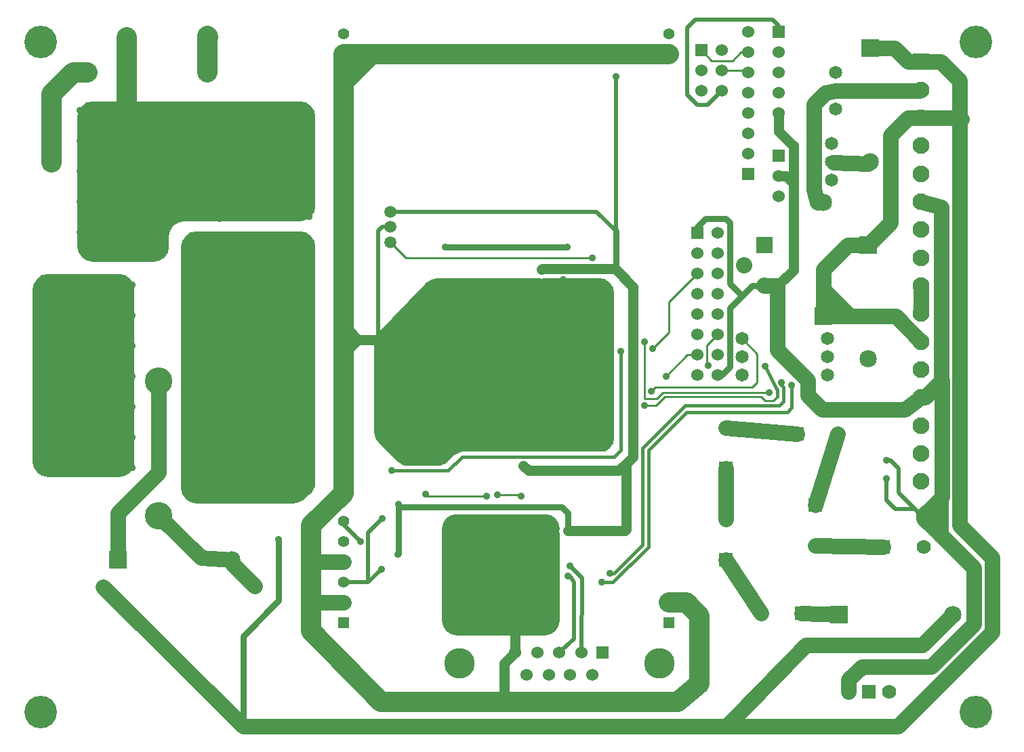
<source format=gbl>
G04 (created by PCBNEW (2013-mar-13)-testing) date Tue 02 Jul 2013 01:16:44 PM EDT*
%MOIN*%
G04 Gerber Fmt 3.4, Leading zero omitted, Abs format*
%FSLAX34Y34*%
G01*
G70*
G90*
G04 APERTURE LIST*
%ADD10C,0.005906*%
%ADD11C,0.059100*%
%ADD12O,0.212598X0.366142*%
%ADD13C,0.030000*%
%ADD14C,0.135000*%
%ADD15C,0.055000*%
%ADD16R,0.055000X0.055000*%
%ADD17R,0.060000X0.060000*%
%ADD18C,0.060000*%
%ADD19C,0.080300*%
%ADD20R,0.080300X0.080300*%
%ADD21C,0.065000*%
%ADD22R,0.078740X0.078740*%
%ADD23C,0.082677*%
%ADD24C,0.150000*%
%ADD25R,0.070000X0.070000*%
%ADD26C,0.070000*%
%ADD27C,0.085000*%
%ADD28R,0.085000X0.085000*%
%ADD29R,0.098425X0.098425*%
%ADD30C,0.098425*%
%ADD31C,0.160000*%
%ADD32C,0.035000*%
%ADD33C,0.075000*%
%ADD34C,0.030000*%
%ADD35C,0.020000*%
%ADD36C,0.050000*%
%ADD37C,0.015000*%
%ADD38C,0.100000*%
%ADD39C,0.010000*%
G04 APERTURE END LIST*
G54D10*
G54D11*
X23713Y-15600D03*
X23713Y-16352D03*
X23713Y-14848D03*
G54D12*
X15287Y-17686D03*
X15287Y-13513D03*
G54D13*
X14600Y-13100D03*
X14600Y-13600D03*
X14600Y-14100D03*
X14700Y-14600D03*
X15000Y-15000D03*
X15500Y-15000D03*
X16000Y-14700D03*
X16000Y-14100D03*
X16000Y-13600D03*
X16000Y-13100D03*
X16000Y-12600D03*
X15000Y-12200D03*
X15500Y-12200D03*
X14700Y-12600D03*
X15000Y-16200D03*
X15500Y-16200D03*
X14600Y-17600D03*
X14600Y-17100D03*
X14700Y-16600D03*
X15900Y-16600D03*
X16000Y-17100D03*
X16000Y-17600D03*
X16000Y-18100D03*
X16000Y-18600D03*
X14600Y-18100D03*
X14600Y-18600D03*
X15000Y-19000D03*
X15500Y-19000D03*
G54D14*
X8559Y-26500D03*
X12300Y-23192D03*
X12300Y-29807D03*
X15607Y-26500D03*
X15607Y-24964D03*
X15607Y-28035D03*
X7024Y-26500D03*
X10095Y-26500D03*
G54D15*
X37400Y-34100D03*
G54D16*
X37400Y-35100D03*
X21400Y-35100D03*
G54D15*
X21400Y-34100D03*
X21400Y-33100D03*
X21400Y-32100D03*
X21400Y-31100D03*
X21400Y-30100D03*
X21400Y-7100D03*
X21400Y-6100D03*
X37400Y-7100D03*
X37400Y-6100D03*
G54D17*
X39000Y-6900D03*
G54D18*
X40000Y-6900D03*
X39000Y-7900D03*
X40000Y-7900D03*
X39000Y-8900D03*
X40000Y-8900D03*
G54D17*
X42800Y-12100D03*
G54D18*
X42800Y-13100D03*
X42800Y-14100D03*
G54D17*
X41300Y-13000D03*
G54D18*
X41300Y-12000D03*
X41300Y-11000D03*
X41300Y-10000D03*
X41300Y-9000D03*
X41300Y-8000D03*
X41300Y-7000D03*
X41300Y-6000D03*
G54D19*
X41100Y-17500D03*
G54D20*
X42100Y-16500D03*
G54D19*
X42100Y-18500D03*
G54D21*
X45200Y-22000D03*
X45200Y-22900D03*
X45200Y-21100D03*
X45400Y-12400D03*
X45400Y-13300D03*
X45400Y-11500D03*
X45600Y-8900D03*
X45600Y-9800D03*
X45600Y-8000D03*
X41000Y-22000D03*
X41000Y-22900D03*
X41000Y-21100D03*
G54D17*
X38800Y-15900D03*
G54D18*
X39800Y-15900D03*
X38800Y-16900D03*
X39800Y-16900D03*
X38800Y-17900D03*
X39800Y-17900D03*
X38800Y-18900D03*
X39800Y-18900D03*
X38800Y-19900D03*
X39800Y-19900D03*
X38800Y-20900D03*
X39800Y-20900D03*
X38800Y-21900D03*
X39800Y-21900D03*
X38800Y-22900D03*
X39800Y-22900D03*
G54D17*
X42800Y-6000D03*
G54D18*
X42800Y-7000D03*
X42800Y-8000D03*
X42800Y-9000D03*
X42800Y-10000D03*
G54D22*
X49800Y-7465D03*
G54D23*
X49800Y-8843D03*
X49800Y-10221D03*
X49800Y-11599D03*
X49800Y-12977D03*
X49800Y-14355D03*
X49800Y-15733D03*
X49800Y-17111D03*
X49800Y-18488D03*
X49800Y-19866D03*
X49800Y-21244D03*
X49800Y-22622D03*
X49800Y-24000D03*
X49800Y-25378D03*
X49800Y-26756D03*
X49800Y-28134D03*
G54D24*
X27100Y-37100D03*
X36950Y-37100D03*
G54D17*
X34150Y-36550D03*
G54D18*
X33100Y-36550D03*
X32000Y-36550D03*
X30950Y-36550D03*
X29850Y-36550D03*
X33650Y-37650D03*
X32550Y-37650D03*
X31500Y-37650D03*
X30400Y-37650D03*
G54D25*
X40200Y-31980D03*
G54D26*
X40200Y-29980D03*
G54D25*
X43920Y-34620D03*
G54D26*
X41920Y-34620D03*
G54D25*
X40200Y-27480D03*
G54D26*
X40200Y-25480D03*
G54D25*
X43700Y-25800D03*
G54D26*
X45700Y-25800D03*
G54D25*
X47950Y-31350D03*
G54D26*
X49950Y-31350D03*
G54D25*
X44600Y-29300D03*
G54D26*
X44600Y-31300D03*
G54D27*
X51380Y-34680D03*
G54D28*
X45780Y-34680D03*
G54D27*
X15900Y-32000D03*
G54D28*
X10300Y-32000D03*
G54D27*
X47200Y-22100D03*
G54D28*
X47200Y-16500D03*
G54D27*
X45000Y-14400D03*
G54D28*
X45000Y-20000D03*
G54D27*
X47300Y-12400D03*
G54D28*
X47300Y-6800D03*
G54D15*
X8797Y-8000D03*
X14702Y-8000D03*
G54D18*
X14750Y-6250D03*
X10750Y-6250D03*
G54D29*
X7050Y-20359D03*
X7050Y-18777D03*
G54D30*
X11050Y-16359D03*
X11050Y-14777D03*
X7050Y-12422D03*
X7050Y-10840D03*
G54D26*
X48250Y-38500D03*
G54D25*
X47250Y-38500D03*
G54D26*
X46250Y-38500D03*
G54D31*
X6500Y-6500D03*
X52500Y-6500D03*
X52500Y-39500D03*
X6500Y-39500D03*
G54D32*
X26400Y-16600D03*
X32400Y-16600D03*
X18200Y-31000D03*
X9570Y-33310D03*
X48100Y-28000D03*
X48100Y-27100D03*
X34800Y-8200D03*
X35300Y-30500D03*
X30250Y-27350D03*
X35625Y-23500D03*
X31150Y-17675D03*
X32430Y-30560D03*
X24070Y-31720D03*
X24085Y-29260D03*
X34100Y-33100D03*
X43450Y-23400D03*
X34500Y-32650D03*
X42950Y-23250D03*
X26900Y-33800D03*
X26200Y-27050D03*
X23150Y-25900D03*
X27250Y-22960D03*
X26550Y-24110D03*
X24300Y-27050D03*
X23800Y-23850D03*
X19700Y-33300D03*
X24050Y-20150D03*
X26265Y-20155D03*
X17030Y-33290D03*
X29860Y-19195D03*
X32200Y-18200D03*
X33325Y-23000D03*
X34200Y-25700D03*
X31820Y-31805D03*
X29020Y-30405D03*
X26920Y-30455D03*
X34500Y-22200D03*
X31500Y-26500D03*
X23150Y-23850D03*
X23100Y-21150D03*
X8450Y-9850D03*
X9950Y-9850D03*
X11450Y-9850D03*
X12950Y-9850D03*
X14450Y-9850D03*
X15950Y-9850D03*
X17450Y-9850D03*
X18950Y-9850D03*
X19700Y-10600D03*
X18200Y-10600D03*
X16700Y-10600D03*
X15200Y-10600D03*
X13700Y-10600D03*
X12200Y-10600D03*
X10750Y-10600D03*
X9200Y-10600D03*
X11800Y-15800D03*
X12200Y-16600D03*
X13700Y-15100D03*
X12200Y-15100D03*
X12950Y-14350D03*
X9950Y-12850D03*
X11450Y-12850D03*
X12950Y-12850D03*
X8450Y-12850D03*
X9200Y-12100D03*
X10700Y-12100D03*
X12200Y-12100D03*
X13700Y-12100D03*
X9200Y-16600D03*
X9950Y-15850D03*
X8450Y-15850D03*
X9200Y-15100D03*
X9950Y-14350D03*
X8450Y-14350D03*
X9200Y-13600D03*
X10700Y-13600D03*
X12200Y-13600D03*
X13700Y-13600D03*
X16700Y-15100D03*
X18200Y-15100D03*
X19700Y-15100D03*
X18950Y-14350D03*
X17450Y-14350D03*
X16700Y-13600D03*
X18200Y-13600D03*
X19700Y-13600D03*
X18950Y-12850D03*
X17450Y-12850D03*
X11450Y-11350D03*
X12950Y-11350D03*
X14450Y-11350D03*
X15950Y-11350D03*
X17450Y-11350D03*
X18950Y-11350D03*
X19700Y-12100D03*
X18200Y-12100D03*
X16700Y-12100D03*
X8450Y-11350D03*
X9950Y-11350D03*
X32520Y-32305D03*
X32420Y-32805D03*
X16700Y-16600D03*
X18200Y-16600D03*
X19700Y-16600D03*
X18950Y-17350D03*
X17450Y-17350D03*
X16700Y-18100D03*
X18200Y-18100D03*
X19700Y-18100D03*
X18950Y-18850D03*
X17450Y-18850D03*
X13700Y-23350D03*
X15200Y-23350D03*
X15950Y-23350D03*
X17450Y-23350D03*
X18950Y-23350D03*
X19700Y-22600D03*
X18200Y-22600D03*
X16700Y-22600D03*
X13700Y-18850D03*
X14450Y-19600D03*
X16700Y-19600D03*
X18200Y-19600D03*
X19700Y-19600D03*
X18950Y-20350D03*
X17450Y-20350D03*
X15950Y-20350D03*
X15200Y-20350D03*
X13700Y-20350D03*
X14450Y-21100D03*
X16700Y-21100D03*
X18200Y-21100D03*
X19700Y-21100D03*
X18950Y-21850D03*
X17450Y-21850D03*
X15950Y-21850D03*
X15200Y-21850D03*
X13700Y-21850D03*
X14450Y-22600D03*
X19700Y-28600D03*
X18200Y-28600D03*
X16700Y-28600D03*
X17450Y-27850D03*
X18950Y-27850D03*
X19700Y-27100D03*
X18200Y-27100D03*
X16700Y-27100D03*
X17450Y-26350D03*
X18950Y-26350D03*
X19700Y-25600D03*
X18200Y-25600D03*
X16700Y-25600D03*
X17450Y-24850D03*
X18950Y-24850D03*
X19700Y-24100D03*
X18200Y-24100D03*
X16700Y-24100D03*
X14450Y-24100D03*
X13700Y-24850D03*
X14450Y-25600D03*
X13700Y-26350D03*
X14450Y-27100D03*
X13700Y-27850D03*
X14450Y-28600D03*
X6500Y-18450D03*
X6500Y-19950D03*
X8750Y-20700D03*
X10250Y-20700D03*
X11000Y-19950D03*
X9500Y-19950D03*
X8000Y-19950D03*
X8750Y-19200D03*
X10250Y-19200D03*
X11000Y-18450D03*
X9500Y-18450D03*
X8000Y-18450D03*
X6500Y-21450D03*
X8000Y-21450D03*
X9500Y-21450D03*
X11000Y-21450D03*
X10250Y-22200D03*
X8750Y-22200D03*
X7250Y-22200D03*
X6500Y-22950D03*
X8000Y-22950D03*
X9500Y-22950D03*
X11000Y-22950D03*
X10250Y-23700D03*
X8750Y-23700D03*
X7250Y-23700D03*
X6500Y-24450D03*
X8000Y-24450D03*
X9500Y-24450D03*
X11000Y-24450D03*
X10250Y-25200D03*
X8750Y-25200D03*
X7250Y-25200D03*
X6500Y-25950D03*
X8000Y-25950D03*
X9500Y-25950D03*
X11000Y-25950D03*
X11000Y-27450D03*
X9500Y-27450D03*
X8000Y-27450D03*
X6500Y-27450D03*
X33620Y-17120D03*
X36200Y-21250D03*
X42350Y-23750D03*
X35050Y-21725D03*
X23775Y-27600D03*
X39320Y-22420D03*
X37270Y-22945D03*
X36595Y-21580D03*
X36550Y-23700D03*
X36200Y-24400D03*
X42150Y-22450D03*
X30150Y-28850D03*
X28975Y-28800D03*
X22225Y-31075D03*
X28425Y-28850D03*
X25450Y-28750D03*
X23305Y-29965D03*
X23275Y-32440D03*
G54D33*
X45000Y-18800D02*
X45100Y-18800D01*
X45100Y-18800D02*
X46300Y-20000D01*
G54D34*
X26400Y-16600D02*
X32400Y-16600D01*
X16457Y-40197D02*
X16457Y-35742D01*
X16457Y-35742D02*
X18200Y-34000D01*
X18200Y-34000D02*
X18200Y-31000D01*
G54D33*
X16801Y-40197D02*
X16457Y-40197D01*
X16457Y-40197D02*
X9570Y-33310D01*
X38000Y-40199D02*
X48670Y-40199D01*
X48670Y-40199D02*
X53300Y-35570D01*
X16801Y-40197D02*
X17094Y-40197D01*
X17094Y-40197D02*
X38000Y-40199D01*
X38000Y-40199D02*
X40250Y-40199D01*
X49800Y-10221D02*
X49178Y-10221D01*
X48300Y-15400D02*
X47200Y-16500D01*
X48300Y-11100D02*
X48300Y-15400D01*
X49178Y-10221D02*
X48300Y-11100D01*
X49800Y-10221D02*
X51700Y-10221D01*
X51800Y-10300D02*
X51700Y-10300D01*
X51778Y-10300D02*
X51800Y-10300D01*
X51700Y-10221D02*
X51778Y-10300D01*
X49800Y-7465D02*
X50765Y-7465D01*
X53300Y-31900D02*
X53300Y-35570D01*
X51700Y-30300D02*
X53300Y-31900D01*
X51700Y-8400D02*
X51700Y-10300D01*
X51700Y-10300D02*
X51700Y-30300D01*
X50765Y-7465D02*
X51700Y-8400D01*
X49800Y-7465D02*
X49165Y-7465D01*
X48500Y-6800D02*
X47300Y-6800D01*
X49165Y-7465D02*
X48500Y-6800D01*
X45000Y-20000D02*
X46300Y-20000D01*
X46300Y-20000D02*
X48555Y-20000D01*
X48555Y-20000D02*
X49800Y-21244D01*
X47200Y-16500D02*
X46200Y-16500D01*
X45000Y-17700D02*
X45000Y-18800D01*
X45000Y-18800D02*
X45000Y-20000D01*
X46200Y-16500D02*
X45000Y-17700D01*
X51380Y-34680D02*
X51380Y-34680D01*
X51380Y-34680D02*
X49860Y-36200D01*
X49860Y-36200D02*
X44150Y-36200D01*
X40250Y-40199D02*
X44150Y-36200D01*
G54D35*
X48100Y-27100D02*
X48300Y-27100D01*
X48300Y-27100D02*
X48700Y-27500D01*
X48700Y-27500D02*
X48700Y-28700D01*
X48700Y-28700D02*
X49500Y-29500D01*
G54D33*
X50774Y-28974D02*
X50774Y-30774D01*
X50774Y-30774D02*
X50800Y-30800D01*
X49950Y-29950D02*
X49950Y-29799D01*
X49950Y-29799D02*
X50774Y-28974D01*
X50774Y-28974D02*
X50849Y-28900D01*
X50849Y-28900D02*
X50849Y-23200D01*
X50849Y-23200D02*
X50849Y-23150D01*
X49800Y-24000D02*
X49999Y-24000D01*
X49999Y-24000D02*
X50849Y-23150D01*
X50849Y-23150D02*
X50800Y-23200D01*
G54D36*
X42800Y-13100D02*
X43155Y-13100D01*
X43155Y-13100D02*
X43520Y-13465D01*
G54D33*
X50299Y-37250D02*
X46900Y-37250D01*
X46900Y-37250D02*
X46250Y-37900D01*
X46250Y-37900D02*
X46250Y-38500D01*
X50299Y-37250D02*
X52400Y-35149D01*
G54D35*
X48100Y-29050D02*
X48100Y-28000D01*
X48100Y-29050D02*
X48550Y-29500D01*
X48550Y-29500D02*
X49500Y-29500D01*
X49500Y-29500D02*
X49950Y-29950D01*
G54D33*
X49950Y-29950D02*
X50800Y-30800D01*
X50800Y-30800D02*
X52400Y-32400D01*
X52400Y-32400D02*
X52400Y-35149D01*
X42740Y-18500D02*
X42740Y-21640D01*
X44950Y-24600D02*
X48999Y-24600D01*
X48999Y-24600D02*
X49800Y-24000D01*
X44250Y-23900D02*
X44950Y-24600D01*
X44250Y-23150D02*
X44250Y-23900D01*
X42740Y-21640D02*
X44250Y-23150D01*
G54D35*
X34800Y-8200D02*
X34800Y-15800D01*
X23713Y-14848D02*
X33848Y-14848D01*
X33848Y-14848D02*
X34800Y-15800D01*
G54D34*
X34800Y-15800D02*
X34800Y-17700D01*
G54D36*
X35300Y-30500D02*
X35300Y-27250D01*
X32430Y-30560D02*
X35240Y-30560D01*
X35240Y-30560D02*
X35300Y-30500D01*
X30500Y-27600D02*
X33425Y-27600D01*
X33425Y-27600D02*
X33950Y-27600D01*
X30250Y-27350D02*
X30500Y-27600D01*
X30250Y-27350D02*
X30250Y-27350D01*
X33950Y-27600D02*
X34950Y-27600D01*
X35625Y-26925D02*
X35625Y-23500D01*
X34950Y-27600D02*
X35300Y-27250D01*
X35300Y-27250D02*
X35625Y-26925D01*
X35625Y-23500D02*
X35650Y-23475D01*
X35650Y-23475D02*
X35650Y-18550D01*
X35650Y-18550D02*
X34800Y-17700D01*
X34800Y-17700D02*
X34750Y-17650D01*
X34750Y-17650D02*
X31175Y-17650D01*
X31175Y-17650D02*
X31150Y-17675D01*
G54D34*
X24085Y-29260D02*
X24200Y-29375D01*
X32430Y-30560D02*
X32430Y-29680D01*
X24200Y-29375D02*
X32125Y-29375D01*
X32125Y-29375D02*
X32430Y-29680D01*
X24087Y-29262D02*
X24085Y-29260D01*
X24070Y-31720D02*
X24085Y-31705D01*
X24085Y-31705D02*
X24085Y-29260D01*
G54D36*
X42800Y-10900D02*
X43520Y-11620D01*
X42800Y-10000D02*
X42800Y-10900D01*
X43520Y-11600D02*
X43520Y-13465D01*
X43520Y-13465D02*
X43520Y-17720D01*
X43520Y-17720D02*
X42740Y-18500D01*
G54D33*
X42100Y-18500D02*
X42740Y-18500D01*
G54D34*
X42100Y-18500D02*
X41500Y-18500D01*
X41500Y-18500D02*
X41000Y-19000D01*
X39800Y-22900D02*
X40000Y-22900D01*
X40000Y-22900D02*
X40400Y-22500D01*
X40400Y-22500D02*
X40400Y-19600D01*
X40400Y-19600D02*
X41000Y-19000D01*
X38800Y-15600D02*
X38800Y-15900D01*
X41000Y-19000D02*
X40400Y-18400D01*
X40400Y-18400D02*
X40400Y-15400D01*
X40400Y-15400D02*
X40200Y-15200D01*
X40200Y-15200D02*
X39200Y-15200D01*
X39200Y-15200D02*
X38800Y-15600D01*
G54D33*
X50800Y-23200D02*
X50800Y-14636D01*
X50800Y-14636D02*
X49800Y-14355D01*
G54D37*
X43450Y-23400D02*
X43450Y-24500D01*
X43450Y-24500D02*
X43230Y-24720D01*
X34100Y-33100D02*
X34650Y-33100D01*
X34650Y-33100D02*
X36400Y-31350D01*
X36400Y-31350D02*
X36400Y-26600D01*
X36400Y-26600D02*
X38280Y-24720D01*
X38280Y-24720D02*
X43230Y-24720D01*
X43365Y-23400D02*
X43450Y-23400D01*
X42850Y-24400D02*
X43050Y-24200D01*
X42850Y-24400D02*
X38200Y-24400D01*
X38200Y-24400D02*
X36100Y-26500D01*
X36100Y-26500D02*
X36100Y-31250D01*
X34700Y-32650D02*
X36100Y-31250D01*
X34500Y-32650D02*
X34700Y-32650D01*
X42900Y-23350D02*
X43050Y-23500D01*
X43050Y-23500D02*
X43050Y-24200D01*
X42900Y-23350D02*
X42950Y-23250D01*
X42950Y-23250D02*
X42950Y-23369D01*
X42950Y-23250D02*
X42950Y-23230D01*
G54D38*
X37400Y-34100D02*
X38260Y-34100D01*
X37818Y-39000D02*
X29300Y-38986D01*
X37818Y-39000D02*
X38900Y-38100D01*
X38260Y-34100D02*
X38900Y-34740D01*
X38900Y-34740D02*
X38900Y-38100D01*
G54D35*
X42800Y-6000D02*
X42800Y-5700D01*
X39300Y-9600D02*
X40000Y-8900D01*
X38800Y-9600D02*
X39300Y-9600D01*
X38300Y-9100D02*
X38800Y-9600D01*
X38300Y-7200D02*
X38300Y-9100D01*
X38300Y-5800D02*
X38300Y-7200D01*
X38700Y-5400D02*
X38300Y-5800D01*
X42500Y-5400D02*
X38700Y-5400D01*
X42800Y-5700D02*
X42500Y-5400D01*
G54D36*
X29850Y-36550D02*
X29850Y-35550D01*
G54D39*
X29850Y-35550D02*
X29900Y-35500D01*
G54D34*
X22250Y-21150D02*
X21400Y-22000D01*
X21400Y-22000D02*
X21300Y-22000D01*
X21300Y-22000D02*
X21400Y-22000D01*
X21400Y-20700D02*
X21800Y-20700D01*
X21800Y-20700D02*
X22250Y-21150D01*
G54D36*
X23100Y-21150D02*
X22250Y-21150D01*
G54D34*
X22250Y-21150D02*
X21450Y-21150D01*
X21450Y-21150D02*
X21400Y-21200D01*
G54D36*
X23800Y-23850D02*
X23800Y-23800D01*
G54D33*
X21400Y-8500D02*
X21500Y-8500D01*
X21500Y-8500D02*
X22900Y-7100D01*
G54D36*
X29850Y-36550D02*
X29300Y-37100D01*
X29300Y-37100D02*
X29300Y-38986D01*
X29300Y-38986D02*
X29300Y-39100D01*
X29300Y-39100D02*
X29300Y-38986D01*
G54D33*
X19700Y-33300D02*
X19805Y-33300D01*
X19805Y-33300D02*
X19700Y-33300D01*
X19700Y-33300D02*
X19805Y-33300D01*
X15900Y-32000D02*
X14392Y-31900D01*
X14392Y-31900D02*
X12300Y-29807D01*
X21400Y-34100D02*
X19805Y-34100D01*
X19805Y-34100D02*
X19800Y-34100D01*
X19800Y-34100D02*
X19805Y-34100D01*
X21400Y-32100D02*
X19805Y-32100D01*
X19805Y-32100D02*
X19800Y-32105D01*
X19800Y-32105D02*
X19800Y-32200D01*
X19800Y-32200D02*
X19805Y-32200D01*
G54D38*
X23221Y-38975D02*
X29300Y-38986D01*
X19805Y-34100D02*
X19805Y-35505D01*
X19805Y-35505D02*
X23221Y-38975D01*
X21400Y-28710D02*
X19805Y-30305D01*
X21400Y-21200D02*
X21400Y-22000D01*
X21400Y-22000D02*
X21400Y-28710D01*
X19805Y-30305D02*
X19805Y-32200D01*
X19805Y-32200D02*
X19805Y-33300D01*
X19805Y-33300D02*
X19805Y-34100D01*
G54D35*
X23713Y-15600D02*
X23300Y-15600D01*
X23100Y-21150D02*
X23100Y-21150D01*
X23100Y-15800D02*
X23100Y-21150D01*
X23300Y-15600D02*
X23100Y-15800D01*
G54D38*
X21400Y-7100D02*
X21400Y-8500D01*
X21400Y-8500D02*
X21400Y-20700D01*
X21400Y-20700D02*
X21400Y-21200D01*
X37400Y-7100D02*
X22900Y-7100D01*
X22900Y-7100D02*
X21400Y-7100D01*
G54D34*
X17037Y-33282D02*
X17042Y-33282D01*
X17030Y-33290D02*
X17037Y-33282D01*
X15900Y-32000D02*
X15900Y-32140D01*
G54D33*
X15900Y-32140D02*
X17042Y-33282D01*
G54D37*
X33325Y-23000D02*
X33325Y-22980D01*
G54D33*
X49800Y-18488D02*
X49800Y-19866D01*
G54D34*
X23150Y-23850D02*
X23100Y-23800D01*
G54D33*
X45600Y-8900D02*
X49743Y-8900D01*
X49743Y-8900D02*
X49800Y-8843D01*
X45600Y-8900D02*
X45100Y-9000D01*
X44700Y-14400D02*
X45000Y-14400D01*
X44550Y-13750D02*
X44700Y-14400D01*
X44550Y-9550D02*
X44550Y-13750D01*
X45100Y-9000D02*
X44550Y-9550D01*
G54D38*
X14702Y-8000D02*
X14702Y-6202D01*
X14702Y-6202D02*
X14750Y-6250D01*
X7050Y-10840D02*
X7050Y-9050D01*
X8100Y-8000D02*
X8797Y-8000D01*
X7050Y-9050D02*
X8100Y-8000D01*
X7050Y-10840D02*
X7050Y-12422D01*
G54D39*
X8450Y-11350D02*
X9200Y-10600D01*
X11450Y-9850D02*
X9950Y-9850D01*
X14450Y-9850D02*
X12950Y-9850D01*
X17450Y-9850D02*
X15950Y-9850D01*
X19700Y-10600D02*
X18950Y-9850D01*
X16700Y-10600D02*
X18200Y-10600D01*
X13700Y-10600D02*
X15200Y-10600D01*
X10750Y-10600D02*
X12200Y-10600D01*
X11800Y-15800D02*
X12200Y-16200D01*
X12200Y-16200D02*
X12200Y-16600D01*
G54D38*
X10750Y-6250D02*
X10750Y-12050D01*
X10750Y-12050D02*
X10700Y-12100D01*
G54D39*
X12950Y-14350D02*
X12200Y-15100D01*
X11450Y-12850D02*
X12950Y-12850D01*
X10700Y-12100D02*
X9200Y-12100D01*
X13700Y-12100D02*
X12200Y-12100D01*
X8450Y-12850D02*
X9950Y-12850D01*
X9950Y-15850D02*
X9200Y-16600D01*
X9200Y-15100D02*
X8450Y-15850D01*
X8450Y-14350D02*
X9950Y-14350D01*
X10700Y-13600D02*
X9200Y-13600D01*
X13700Y-13600D02*
X12200Y-13600D01*
X18200Y-15100D02*
X16700Y-15100D01*
X18950Y-14350D02*
X19700Y-15100D01*
X16700Y-13600D02*
X17450Y-14350D01*
X19700Y-13600D02*
X18200Y-13600D01*
X17450Y-12850D02*
X18950Y-12850D01*
X12950Y-11350D02*
X14450Y-11350D01*
X15950Y-11350D02*
X17450Y-11350D01*
X18950Y-11350D02*
X19700Y-12100D01*
X18200Y-12100D02*
X16700Y-12100D01*
X9950Y-11350D02*
X11450Y-11350D01*
X9950Y-11350D02*
X8450Y-11350D01*
G54D35*
X33120Y-32905D02*
X32520Y-32305D01*
X33100Y-36550D02*
X33120Y-32905D01*
X32000Y-36550D02*
X32720Y-35905D01*
X32520Y-32805D02*
X32420Y-32805D01*
X32720Y-33105D02*
X32520Y-32805D01*
X32720Y-35905D02*
X32720Y-33105D01*
G54D33*
X40200Y-25480D02*
X43700Y-25800D01*
G54D39*
X18200Y-16600D02*
X16700Y-16600D01*
X18950Y-17350D02*
X19700Y-16600D01*
X16700Y-18100D02*
X17450Y-17350D01*
X19700Y-18100D02*
X18200Y-18100D01*
X17450Y-18850D02*
X18950Y-18850D01*
X13700Y-23350D02*
X15200Y-23350D01*
X15950Y-23350D02*
X17450Y-23350D01*
X18950Y-23350D02*
X19700Y-22600D01*
X18200Y-22600D02*
X16700Y-22600D01*
X14450Y-19600D02*
X13700Y-18850D01*
X18200Y-19600D02*
X16700Y-19600D01*
X18950Y-20350D02*
X19700Y-19600D01*
X15950Y-20350D02*
X17450Y-20350D01*
X13700Y-20350D02*
X15200Y-20350D01*
X16700Y-21100D02*
X14450Y-21100D01*
X19700Y-21100D02*
X18200Y-21100D01*
X17450Y-21850D02*
X18950Y-21850D01*
X15200Y-21850D02*
X15950Y-21850D01*
X14450Y-22600D02*
X13700Y-21850D01*
X15607Y-28035D02*
X15014Y-28035D01*
X18200Y-28600D02*
X19700Y-28600D01*
X17450Y-27850D02*
X16700Y-28600D01*
X19700Y-27100D02*
X18950Y-27850D01*
X16700Y-27100D02*
X18200Y-27100D01*
X18950Y-26350D02*
X17450Y-26350D01*
X18200Y-25600D02*
X19700Y-25600D01*
X17450Y-24850D02*
X16700Y-25600D01*
X19700Y-24100D02*
X18950Y-24850D01*
X16700Y-24100D02*
X18200Y-24100D01*
X13700Y-24850D02*
X14450Y-24100D01*
X13700Y-26350D02*
X14450Y-25600D01*
X13700Y-27850D02*
X14450Y-27100D01*
X15014Y-28035D02*
X14450Y-28600D01*
G54D33*
X10300Y-32000D02*
X10300Y-29700D01*
X12300Y-27700D02*
X12300Y-23192D01*
X10300Y-29700D02*
X12300Y-27700D01*
X45780Y-34680D02*
X43920Y-34620D01*
X40200Y-27480D02*
X40200Y-29980D01*
X41920Y-34620D02*
X40200Y-31980D01*
X44600Y-29300D02*
X45700Y-25800D01*
X44600Y-31300D02*
X47950Y-31350D01*
G54D39*
X6500Y-19950D02*
X6500Y-18450D01*
X7050Y-18777D02*
X7672Y-18777D01*
X8750Y-20700D02*
X8000Y-21450D01*
X11000Y-19950D02*
X10250Y-20700D01*
X8000Y-19950D02*
X9500Y-19950D01*
X10250Y-19200D02*
X8750Y-19200D01*
X9500Y-18450D02*
X11000Y-18450D01*
X7672Y-18777D02*
X8000Y-18450D01*
X8000Y-21450D02*
X6500Y-21450D01*
X8000Y-21450D02*
X9500Y-21450D01*
X11000Y-21450D02*
X10250Y-22200D01*
X8750Y-22200D02*
X7250Y-22200D01*
X6500Y-22950D02*
X8000Y-22950D01*
X9500Y-22950D02*
X11000Y-22950D01*
X10250Y-23700D02*
X8750Y-23700D01*
X7250Y-23700D02*
X6500Y-24450D01*
X8000Y-24450D02*
X9500Y-24450D01*
X11000Y-24450D02*
X10250Y-25200D01*
X8750Y-25200D02*
X7250Y-25200D01*
X6500Y-25950D02*
X8000Y-25950D01*
X9500Y-25950D02*
X11000Y-25950D01*
X11000Y-27450D02*
X9500Y-27450D01*
X8000Y-27450D02*
X6500Y-27450D01*
X33620Y-17120D02*
X24481Y-17120D01*
X24481Y-17120D02*
X23713Y-16352D01*
X36200Y-21700D02*
X36200Y-24050D01*
X36200Y-21250D02*
X36200Y-21700D01*
X42350Y-23750D02*
X37100Y-23750D01*
X37100Y-23750D02*
X36800Y-24050D01*
X36800Y-24050D02*
X36200Y-24050D01*
G54D37*
X35050Y-21725D02*
X35050Y-26575D01*
X26550Y-27600D02*
X23775Y-27600D01*
X27230Y-26920D02*
X26550Y-27600D01*
X34705Y-26920D02*
X27230Y-26920D01*
X35050Y-26575D02*
X34705Y-26920D01*
G54D39*
X40000Y-7900D02*
X41200Y-7900D01*
X41200Y-7900D02*
X41300Y-8000D01*
X41300Y-7000D02*
X40940Y-7000D01*
X39510Y-7410D02*
X39000Y-6900D01*
X40530Y-7410D02*
X39510Y-7410D01*
X40940Y-7000D02*
X40530Y-7410D01*
X39275Y-21425D02*
X39800Y-20900D01*
X39275Y-22375D02*
X39275Y-21425D01*
X39320Y-22420D02*
X39275Y-22375D01*
X38800Y-21900D02*
X38315Y-21900D01*
X37270Y-22945D02*
X38315Y-21900D01*
X37405Y-19295D02*
X38800Y-17900D01*
X37405Y-20790D02*
X37405Y-19295D01*
X36595Y-21580D02*
X37405Y-20790D01*
X36550Y-23700D02*
X36750Y-23500D01*
X41750Y-21850D02*
X41000Y-21100D01*
X41750Y-23250D02*
X41750Y-21850D01*
X41500Y-23500D02*
X41750Y-23250D01*
X36750Y-23500D02*
X41500Y-23500D01*
X42120Y-24160D02*
X42540Y-24160D01*
X42540Y-24160D02*
X42750Y-23950D01*
G54D37*
X42150Y-22450D02*
X42653Y-23527D01*
X42653Y-23527D02*
X42750Y-23623D01*
X42750Y-23623D02*
X42750Y-23950D01*
G54D39*
X36200Y-24400D02*
X36760Y-24400D01*
X41920Y-23960D02*
X42120Y-24160D01*
X37200Y-23960D02*
X41920Y-23960D01*
X36760Y-24400D02*
X37200Y-23960D01*
X42150Y-22450D02*
X42150Y-22400D01*
X30150Y-28850D02*
X30100Y-28800D01*
X30100Y-28800D02*
X28975Y-28800D01*
G54D33*
X45500Y-12410D02*
X47195Y-12504D01*
X47195Y-12504D02*
X47300Y-12400D01*
G54D35*
X21400Y-30250D02*
X21400Y-30100D01*
X22225Y-31075D02*
X21400Y-30250D01*
G54D39*
X25550Y-28850D02*
X28425Y-28850D01*
X25450Y-28750D02*
X25550Y-28850D01*
G54D35*
X22615Y-33100D02*
X22615Y-30655D01*
X22615Y-30655D02*
X23305Y-29965D01*
X21400Y-33100D02*
X22615Y-33100D01*
X22615Y-33100D02*
X23275Y-32440D01*
G54D10*
G36*
X34650Y-25945D02*
X34595Y-26217D01*
X34444Y-26444D01*
X34218Y-26595D01*
X27230Y-26595D01*
X27230Y-26594D01*
X27105Y-26619D01*
X27013Y-26680D01*
X27013Y-26680D01*
X26978Y-26686D01*
X26760Y-26793D01*
X26587Y-26959D01*
X26537Y-27023D01*
X26381Y-27173D01*
X26190Y-27267D01*
X26139Y-27275D01*
X24439Y-27275D01*
X24293Y-27245D01*
X24062Y-27091D01*
X23157Y-26186D01*
X23044Y-26039D01*
X22974Y-25870D01*
X22950Y-25686D01*
X22950Y-21307D01*
X23001Y-21041D01*
X23149Y-20813D01*
X25512Y-18366D01*
X25661Y-18248D01*
X25833Y-18175D01*
X26021Y-18150D01*
X31024Y-18150D01*
X31150Y-18175D01*
X31275Y-18150D01*
X33945Y-18150D01*
X34217Y-18204D01*
X34444Y-18355D01*
X34595Y-18582D01*
X34650Y-18854D01*
X34650Y-21580D01*
X34625Y-21640D01*
X34624Y-21809D01*
X34650Y-21869D01*
X34650Y-25945D01*
X34650Y-25945D01*
G37*
G54D39*
X34650Y-25945D02*
X34595Y-26217D01*
X34444Y-26444D01*
X34218Y-26595D01*
X27230Y-26595D01*
X27230Y-26594D01*
X27105Y-26619D01*
X27013Y-26680D01*
X27013Y-26680D01*
X26978Y-26686D01*
X26760Y-26793D01*
X26587Y-26959D01*
X26537Y-27023D01*
X26381Y-27173D01*
X26190Y-27267D01*
X26139Y-27275D01*
X24439Y-27275D01*
X24293Y-27245D01*
X24062Y-27091D01*
X23157Y-26186D01*
X23044Y-26039D01*
X22974Y-25870D01*
X22950Y-25686D01*
X22950Y-21307D01*
X23001Y-21041D01*
X23149Y-20813D01*
X25512Y-18366D01*
X25661Y-18248D01*
X25833Y-18175D01*
X26021Y-18150D01*
X31024Y-18150D01*
X31150Y-18175D01*
X31275Y-18150D01*
X33945Y-18150D01*
X34217Y-18204D01*
X34444Y-18355D01*
X34595Y-18582D01*
X34650Y-18854D01*
X34650Y-21580D01*
X34625Y-21640D01*
X34624Y-21809D01*
X34650Y-21869D01*
X34650Y-25945D01*
G54D10*
G36*
X31970Y-34950D02*
X31915Y-35222D01*
X31764Y-35449D01*
X31537Y-35600D01*
X31265Y-35655D01*
X26974Y-35655D01*
X26702Y-35600D01*
X26475Y-35449D01*
X26324Y-35222D01*
X26270Y-34950D01*
X26270Y-30459D01*
X26324Y-30187D01*
X26475Y-29960D01*
X26702Y-29809D01*
X26874Y-29775D01*
X31365Y-29775D01*
X31537Y-29809D01*
X31764Y-29960D01*
X31915Y-30187D01*
X31959Y-30409D01*
X31930Y-30560D01*
X31968Y-30751D01*
X31970Y-30754D01*
X31970Y-34950D01*
X31970Y-34950D01*
G37*
G54D39*
X31970Y-34950D02*
X31915Y-35222D01*
X31764Y-35449D01*
X31537Y-35600D01*
X31265Y-35655D01*
X26974Y-35655D01*
X26702Y-35600D01*
X26475Y-35449D01*
X26324Y-35222D01*
X26270Y-34950D01*
X26270Y-30459D01*
X26324Y-30187D01*
X26475Y-29960D01*
X26702Y-29809D01*
X26874Y-29775D01*
X31365Y-29775D01*
X31537Y-29809D01*
X31764Y-29960D01*
X31915Y-30187D01*
X31959Y-30409D01*
X31930Y-30560D01*
X31968Y-30751D01*
X31970Y-30754D01*
X31970Y-34950D01*
G54D10*
G36*
X19950Y-14545D02*
X19895Y-14817D01*
X19744Y-15044D01*
X19517Y-15195D01*
X19245Y-15250D01*
X13545Y-15250D01*
X13243Y-15309D01*
X12983Y-15483D01*
X12809Y-15743D01*
X12750Y-16045D01*
X12750Y-16545D01*
X12695Y-16817D01*
X12544Y-17044D01*
X12317Y-17195D01*
X12045Y-17250D01*
X9054Y-17250D01*
X8782Y-17195D01*
X8555Y-17044D01*
X8404Y-16817D01*
X8350Y-16545D01*
X8350Y-10154D01*
X8404Y-9882D01*
X8555Y-9655D01*
X8782Y-9504D01*
X9054Y-9450D01*
X19245Y-9450D01*
X19517Y-9504D01*
X19744Y-9655D01*
X19895Y-9882D01*
X19950Y-10154D01*
X19950Y-14545D01*
X19950Y-14545D01*
G37*
G54D39*
X19950Y-14545D02*
X19895Y-14817D01*
X19744Y-15044D01*
X19517Y-15195D01*
X19245Y-15250D01*
X13545Y-15250D01*
X13243Y-15309D01*
X12983Y-15483D01*
X12809Y-15743D01*
X12750Y-16045D01*
X12750Y-16545D01*
X12695Y-16817D01*
X12544Y-17044D01*
X12317Y-17195D01*
X12045Y-17250D01*
X9054Y-17250D01*
X8782Y-17195D01*
X8555Y-17044D01*
X8404Y-16817D01*
X8350Y-16545D01*
X8350Y-10154D01*
X8404Y-9882D01*
X8555Y-9655D01*
X8782Y-9504D01*
X9054Y-9450D01*
X19245Y-9450D01*
X19517Y-9504D01*
X19744Y-9655D01*
X19895Y-9882D01*
X19950Y-10154D01*
X19950Y-14545D01*
G54D10*
G36*
X19950Y-28156D02*
X19921Y-28355D01*
X19839Y-28535D01*
X19708Y-28688D01*
X19382Y-28973D01*
X19164Y-29104D01*
X18913Y-29150D01*
X14154Y-29150D01*
X13882Y-29095D01*
X13655Y-28944D01*
X13504Y-28717D01*
X13450Y-28445D01*
X13450Y-16554D01*
X13504Y-16282D01*
X13655Y-16055D01*
X13882Y-15904D01*
X14154Y-15850D01*
X19245Y-15850D01*
X19517Y-15904D01*
X19744Y-16055D01*
X19895Y-16282D01*
X19950Y-16554D01*
X19950Y-28156D01*
X19950Y-28156D01*
G37*
G54D39*
X19950Y-28156D02*
X19921Y-28355D01*
X19839Y-28535D01*
X19708Y-28688D01*
X19382Y-28973D01*
X19164Y-29104D01*
X18913Y-29150D01*
X14154Y-29150D01*
X13882Y-29095D01*
X13655Y-28944D01*
X13504Y-28717D01*
X13450Y-28445D01*
X13450Y-16554D01*
X13504Y-16282D01*
X13655Y-16055D01*
X13882Y-15904D01*
X14154Y-15850D01*
X19245Y-15850D01*
X19517Y-15904D01*
X19744Y-16055D01*
X19895Y-16282D01*
X19950Y-16554D01*
X19950Y-28156D01*
G54D10*
G36*
X11050Y-27145D02*
X10995Y-27417D01*
X10844Y-27644D01*
X10617Y-27795D01*
X10345Y-27850D01*
X6854Y-27850D01*
X6582Y-27795D01*
X6355Y-27644D01*
X6204Y-27417D01*
X6150Y-27145D01*
X6150Y-18654D01*
X6204Y-18382D01*
X6355Y-18155D01*
X6582Y-18004D01*
X6854Y-17950D01*
X10345Y-17950D01*
X10617Y-18004D01*
X10844Y-18155D01*
X10995Y-18382D01*
X11050Y-18654D01*
X11050Y-27145D01*
X11050Y-27145D01*
G37*
G54D39*
X11050Y-27145D02*
X10995Y-27417D01*
X10844Y-27644D01*
X10617Y-27795D01*
X10345Y-27850D01*
X6854Y-27850D01*
X6582Y-27795D01*
X6355Y-27644D01*
X6204Y-27417D01*
X6150Y-27145D01*
X6150Y-18654D01*
X6204Y-18382D01*
X6355Y-18155D01*
X6582Y-18004D01*
X6854Y-17950D01*
X10345Y-17950D01*
X10617Y-18004D01*
X10844Y-18155D01*
X10995Y-18382D01*
X11050Y-18654D01*
X11050Y-27145D01*
M02*

</source>
